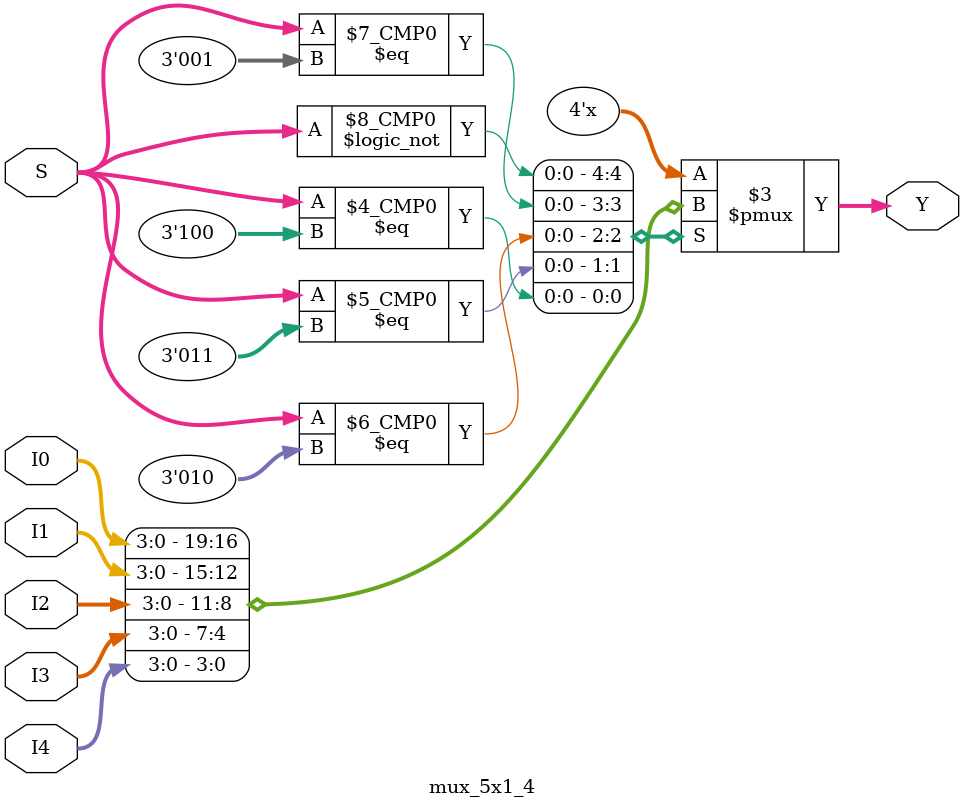
<source format=v>
module mux_5x1_4 (output reg [3:0] Y, input [2:0]S, input [3:0] I0, I1, I2, I3, I4);
    always @ (S, I0, I1, I2, I3, I4)
        case (S)
            3'b000: Y <= I0;
            3'b001: Y <= I1;
            3'b010: Y <= I2;
            3'b011: Y <= I3;
            3'b100: Y <= I4;
            default: Y <= 4'bxxxx;
        endcase
endmodule

</source>
